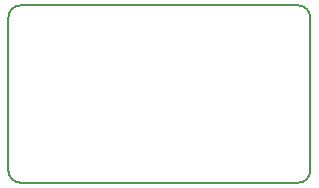
<source format=gm1>
%TF.GenerationSoftware,KiCad,Pcbnew,(6.0.0-0)*%
%TF.CreationDate,2022-08-03T15:32:14+03:00*%
%TF.ProjectId,miniRGBii,6d696e69-5247-4426-9969-2e6b69636164,1.1*%
%TF.SameCoordinates,Original*%
%TF.FileFunction,Profile,NP*%
%FSLAX46Y46*%
G04 Gerber Fmt 4.6, Leading zero omitted, Abs format (unit mm)*
G04 Created by KiCad (PCBNEW (6.0.0-0)) date 2022-08-03 15:32:14*
%MOMM*%
%LPD*%
G01*
G04 APERTURE LIST*
%TA.AperFunction,Profile*%
%ADD10C,0.150000*%
%TD*%
G04 APERTURE END LIST*
D10*
X194802000Y-52222000D02*
X218350000Y-52222000D01*
X219350000Y-53222000D02*
X219350000Y-66222000D01*
X218350000Y-67222000D02*
X194802000Y-67222000D01*
X193802000Y-66222000D02*
X193802000Y-53222000D01*
X219350000Y-53222000D02*
G75*
G03*
X218350000Y-52222000I-999999J1D01*
G01*
X194802000Y-52222000D02*
G75*
G03*
X193802000Y-53222000I-1J-999999D01*
G01*
X193802000Y-66222000D02*
G75*
G03*
X194802000Y-67222000I999999J-1D01*
G01*
X218350000Y-67222000D02*
G75*
G03*
X219350000Y-66222000I1J999999D01*
G01*
M02*

</source>
